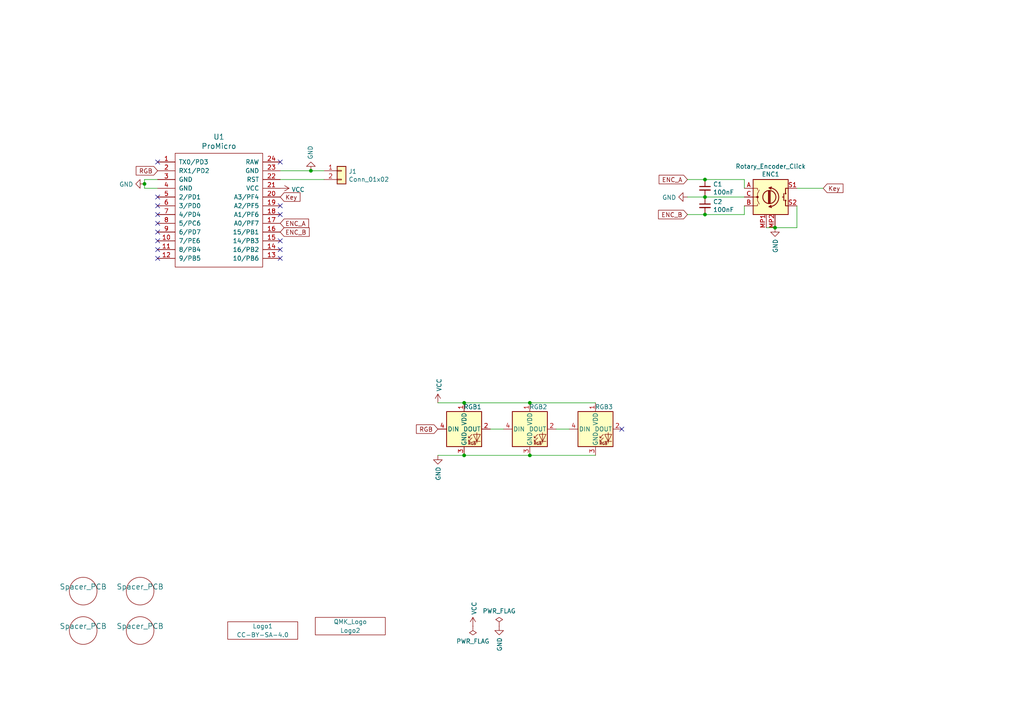
<source format=kicad_sch>
(kicad_sch (version 20211123) (generator eeschema)
  (paper "A4")
  (title_block (title "Little Big Scroll 1") (date "2022-04-07") (rev "v1.0") (company "Tweety's Wild Thinking") (comment 1 "Markus Knutsson <markus.knutsson@tweety.se>") (comment 2 "https://github.com/TweetyDaBird") (comment 3 "Licensed under Creative Commons BY-SA 4.0 International "))
  (lib_symbols
    (symbol "Common Library:ProMicro" (pin_names (offset 1.016))
      (property "Reference" "U1" (at 0 21.2598 0))
      (property "Value" "ProMicro" (at 0 18.5674 0))
      (symbol "ProMicro_0_1"
        (rectangle (start -12.7 -16.51) (end 12.7 16.51))
      )
      (symbol "ProMicro_1_1"
        (pin input line (at -17.78 13.97 0) (length 5.08) (name "TX0/PD3") (number "1"))
        (pin input line (at -17.78 -8.89 0) (length 5.08) (name "7/PE6") (number "10"))
        (pin input line (at -17.78 -11.43 0) (length 5.08) (name "8/PB4") (number "11"))
        (pin input line (at -17.78 -13.97 0) (length 5.08) (name "9/PB5") (number "12"))
        (pin input line (at 17.78 -13.97 180) (length 5.08) (name "10/PB6") (number "13"))
        (pin input line (at 17.78 -11.43 180) (length 5.08) (name "16/PB2") (number "14"))
        (pin input line (at 17.78 -8.89 180) (length 5.08) (name "14/PB3") (number "15"))
        (pin input line (at 17.78 -6.35 180) (length 5.08) (name "15/PB1") (number "16"))
        (pin input line (at 17.78 -3.81 180) (length 5.08) (name "A0/PF7") (number "17"))
        (pin input line (at 17.78 -1.27 180) (length 5.08) (name "A1/PF6") (number "18"))
        (pin input line (at 17.78 1.27 180) (length 5.08) (name "A2/PF5") (number "19"))
        (pin input line (at -17.78 11.43 0) (length 5.08) (name "RX1/PD2") (number "2"))
        (pin input line (at 17.78 3.81 180) (length 5.08) (name "A3/PF4") (number "20"))
        (pin input line (at 17.78 6.35 180) (length 5.08) (name "VCC") (number "21"))
        (pin input line (at 17.78 8.89 180) (length 5.08) (name "RST") (number "22"))
        (pin input line (at 17.78 11.43 180) (length 5.08) (name "GND") (number "23"))
        (pin input line (at 17.78 13.97 180) (length 5.08) (name "RAW") (number "24"))
        (pin input line (at -17.78 8.89 0) (length 5.08) (name "GND") (number "3"))
        (pin input line (at -17.78 6.35 0) (length 5.08) (name "GND") (number "4"))
        (pin input line (at -17.78 3.81 0) (length 5.08) (name "2/PD1") (number "5"))
        (pin input line (at -17.78 1.27 0) (length 5.08) (name "3/PD0") (number "6"))
        (pin input line (at -17.78 -1.27 0) (length 5.08) (name "4/PD4") (number "7"))
        (pin input line (at -17.78 -3.81 0) (length 5.08) (name "5/PC6") (number "8"))
        (pin input line (at -17.78 -6.35 0) (length 5.08) (name "6/PD7") (number "9"))
      )
    )
    (symbol "Connector_Generic:Conn_01x02" (pin_names (offset 1.016) hide)
      (property "Reference" "J" (at 0 2.54 0))
      (property "Value" "Conn_01x02" (at 0 -5.08 0))
      (symbol "Conn_01x02_1_1"
        (rectangle (start -1.27 -2.413) (end 0 -2.667) (stroke (width 0.1524)))
        (rectangle (start -1.27 0.127) (end 0 -0.127) (stroke (width 0.1524)))
        (rectangle (start -1.27 1.27) (end 1.27 -3.81) (stroke (width 0.254)) (fill (type background)))
        (pin passive line (at -5.08 0 0) (length 3.81) (name "Pin_1") (number "1"))
        (pin passive line (at -5.08 -2.54 0) (length 3.81) (name "Pin_2") (number "2"))
      )
    )
    (symbol "Device:C_Small" (pin_numbers hide) (pin_names (offset 0.254) hide)
      (property "Reference" "C" (at 0.254 1.778 0))
      (property "Value" "C_Small" (at 0.254 -2.032 0))
      (symbol "C_Small_0_1"
        (polyline (pts (xy -1.524 -0.508) (xy 1.524 -0.508)) (stroke (width 0.3302)))
        (polyline (pts (xy -1.524 0.508) (xy 1.524 0.508)) (stroke (width 0.3048)))
      )
      (symbol "C_Small_1_1"
        (pin passive line (at 0 2.54 270) (length 2.032) (name "~") (number "1"))
        (pin passive line (at 0 -2.54 90) (length 2.032) (name "~") (number "2"))
      )
    )
    (symbol "Keyboard Switches & Encoders:Rotary_Encoder_Click" (pin_names (offset 0.254) hide)
      (property "Reference" "ENC" (at 0 6.604 0))
      (property "Value" "Rotary_Encoder_Click" (at 0 8.89 0))
      (symbol "Rotary_Encoder_Click_0_1"
        (rectangle (start -5.08 5.08) (end 5.08 -5.08) (stroke (width 0.254)) (fill (type background)))
        (circle (center -3.81 0) (radius 0.254) (fill (type outline)))
        (arc (start -0.381 -2.794) (mid 2.3622 -0.0508) (end -0.381 2.667) (stroke (width 0.254)))
        (circle (center -0.381 0) (radius 1.905) (stroke (width 0.254)))
        (polyline (pts (xy -0.635 -1.778) (xy -0.635 1.778)) (stroke (width 0.254)))
        (polyline (pts (xy -0.381 -1.778) (xy -0.381 1.778)) (stroke (width 0.254)))
        (polyline (pts (xy -0.127 1.778) (xy -0.127 -1.778)) (stroke (width 0.254)))
        (polyline (pts (xy 3.81 0) (xy 3.429 0)) (stroke (width 0.254)))
        (polyline (pts (xy 3.81 1.016) (xy 3.81 -1.016)) (stroke (width 0.254)))
        (polyline (pts (xy -5.08 -2.54) (xy -3.81 -2.54) (xy -3.81 -2.032)))
        (polyline (pts (xy -5.08 2.54) (xy -3.81 2.54) (xy -3.81 2.032)))
        (polyline (pts (xy 0.254 -3.048) (xy -0.508 -2.794) (xy 0.127 -2.413)) (stroke (width 0.254)))
        (polyline (pts (xy 0.254 2.921) (xy -0.508 2.667) (xy 0.127 2.286)) (stroke (width 0.254)))
        (polyline (pts (xy 5.08 -2.54) (xy 4.318 -2.54) (xy 4.318 -1.016)) (stroke (width 0.254)))
        (polyline (pts (xy 5.08 2.54) (xy 4.318 2.54) (xy 4.318 1.016)) (stroke (width 0.254)))
        (polyline (pts (xy -5.08 0) (xy -3.81 0) (xy -3.81 -1.016) (xy -3.302 -2.032)))
        (polyline (pts (xy -4.318 0) (xy -3.81 0) (xy -3.81 1.016) (xy -3.302 2.032)))
        (circle (center 4.318 -1.016) (radius 0.127) (stroke (width 0.254)))
        (circle (center 4.318 1.016) (radius 0.127) (stroke (width 0.254)))
      )
      (symbol "Rotary_Encoder_Click_1_1"
        (pin passive line (at -7.62 2.54 0) (length 2.54) (name "A") (number "A"))
        (pin passive line (at -7.62 -2.54 0) (length 2.54) (name "B") (number "B"))
        (pin passive line (at -7.62 0 0) (length 2.54) (name "C") (number "C"))
        (pin power_in line (at -1.27 -8.89 90) (length 3.7084) (name "GND") (number "MP1"))
        (pin power_in line (at 1.27 -8.89 90) (length 3.7592) (name "GND") (number "MP2"))
        (pin passive line (at 7.62 2.54 180) (length 2.54) (name "S1") (number "S1"))
        (pin passive line (at 7.62 -2.54 180) (length 2.54) (name "S2") (number "S2"))
      )
    )
    (symbol "Keyboard Switches & Encoders:SK6812MINI-E" (pin_names (offset 0.254))
      (property "Reference" "RGB" (at 5.08 5.715 0))
      (symbol "SK6812MINI-E_0_0"
        (text "RGB" (at 2.286 -4.191 0) (effects (font (size 0.762 0.762))))
      )
      (symbol "SK6812MINI-E_0_1"
        (polyline (pts (xy 1.27 -3.556) (xy 1.778 -3.556)))
        (polyline (pts (xy 1.27 -2.54) (xy 1.778 -2.54)))
        (polyline (pts (xy 4.699 -3.556) (xy 2.667 -3.556)))
        (polyline (pts (xy 2.286 -2.54) (xy 1.27 -3.556) (xy 1.27 -3.048)))
        (polyline (pts (xy 2.286 -1.524) (xy 1.27 -2.54) (xy 1.27 -2.032)))
        (polyline (pts (xy 3.683 -1.016) (xy 3.683 -3.556) (xy 3.683 -4.064)))
        (polyline (pts (xy 4.699 -1.524) (xy 2.667 -1.524) (xy 3.683 -3.556) (xy 4.699 -1.524)))
        (rectangle (start 5.08 5.08) (end -5.08 -5.08) (stroke (width 0.254)) (fill (type background)))
      )
      (symbol "SK6812MINI-E_1_1"
        (pin power_in line (at 0 7.62 270) (length 2.54) (name "VDD") (number "1"))
        (pin output line (at 7.62 0 180) (length 2.54) (name "DOUT") (number "2"))
        (pin power_in line (at 0 -7.62 90) (length 2.54) (name "GND") (number "3"))
        (pin input line (at -7.62 0 0) (length 2.54) (name "DIN") (number "4"))
      )
    )
    (symbol "Keyboard Switches & Encoders:Spacer_PCB" (pin_names (offset 1.016))
      (property "Value" "Spacer_PCB" (at 0 1.27 0))
      (symbol "Spacer_PCB_0_1"
        (circle (center 0 0) (radius 4.0132))
      )
    )
    (symbol "Logotypes:CC-BY-SA-4.0" (pin_names (offset 1.016))
      (property "Reference" "Logo" (at 0 1.27 0))
      (property "Value" "CC-BY-SA-4.0" (at 0 -1.27 0))
      (symbol "CC-BY-SA-4.0_0_1"
        (rectangle (start -10.16 2.54) (end 10.16 -2.54))
      )
    )
    (symbol "Logotypes:QMK_Logo" (pin_numbers hide) (pin_names (offset 0) hide) (in_bom no)
      (property "Reference" "Logo" (at 0 0 0))
      (property "Value" "QMK_Logo" (at 0 2.54 0))
      (symbol "QMK_Logo_0_1"
        (rectangle (start -10.16 3.81) (end 10.16 -1.27))
      )
    )
    (symbol "power:GND" (power) (pin_names (offset 0))
      (property "Value" "GND" (at 0 -3.81 0))
      (symbol "GND_0_1"
        (polyline (pts (xy 0 0) (xy 0 -1.27) (xy 1.27 -1.27) (xy 0 -2.54) (xy -1.27 -1.27) (xy 0 -1.27)))
      )
      (symbol "GND_1_1"
        (pin power_in line (at 0 0 270) (length 0) hide (name "GND") (number "1"))
      )
    )
    (symbol "power:PWR_FLAG" (power) (pin_numbers hide) (pin_names (offset 0) hide)
      (property "Value" "PWR_FLAG" (at 0 3.81 0))
      (symbol "PWR_FLAG_0_0"
        (pin power_out line (at 0 0 90) (length 0) (name "pwr") (number "1"))
      )
      (symbol "PWR_FLAG_0_1"
        (polyline (pts (xy 0 0) (xy 0 1.27) (xy -1.016 1.905) (xy 0 2.54) (xy 1.016 1.905) (xy 0 1.27)))
      )
    )
    (symbol "power:VCC" (power) (pin_names (offset 0))
      (property "Value" "VCC" (at 0 3.81 0))
      (symbol "VCC_0_1"
        (polyline (pts (xy -0.762 1.27) (xy 0 2.54)))
        (polyline (pts (xy 0 0) (xy 0 2.54)))
        (polyline (pts (xy 0 2.54) (xy 0.762 1.27)))
      )
      (symbol "VCC_1_1"
        (pin power_in line (at 0 0 90) (length 0) hide (name "VCC") (number "1"))
      )
    )
  )
  (junction (at 204.47 57.15))
  (junction (at 153.67 116.84))
  (junction (at 90.17 49.53))
  (junction (at 153.67 132.08))
  (junction (at 224.79 66.04))
  (junction (at 41.91 53.34))
  (junction (at 134.62 132.08))
  (junction (at 204.47 52.07))
  (junction (at 204.47 62.23))
  (junction (at 134.62 116.84))
  (no_connect (at 180.34 124.46))
  (no_connect (at 45.72 72.39))
  (no_connect (at 81.28 74.93))
  (no_connect (at 45.72 59.69))
  (no_connect (at 81.28 69.85))
  (no_connect (at 45.72 46.99))
  (no_connect (at 45.72 74.93))
  (no_connect (at 45.72 57.15))
  (no_connect (at 45.72 69.85))
  (no_connect (at 81.28 59.69))
  (no_connect (at 45.72 64.77))
  (no_connect (at 45.72 62.23))
  (no_connect (at 81.28 72.39))
  (no_connect (at 45.72 67.31))
  (no_connect (at 81.28 62.23))
  (no_connect (at 81.28 46.99))
  (wire (pts (xy 41.91 52.07) (xy 41.91 53.34)))
  (wire (pts (xy 199.39 62.23) (xy 204.47 62.23)))
  (wire (pts (xy 231.14 59.69) (xy 231.14 66.04)))
  (wire (pts (xy 199.39 52.07) (xy 204.47 52.07)))
  (wire (pts (xy 90.17 49.53) (xy 81.28 49.53)))
  (wire (pts (xy 41.91 53.34) (xy 41.91 54.61)))
  (wire (pts (xy 153.67 132.08) (xy 172.72 132.08)))
  (wire (pts (xy 215.9 54.61) (xy 215.9 52.07)))
  (wire (pts (xy 215.9 52.07) (xy 204.47 52.07)))
  (wire (pts (xy 172.72 116.84) (xy 153.67 116.84)))
  (wire (pts (xy 45.72 52.07) (xy 41.91 52.07)))
  (wire (pts (xy 134.62 116.84) (xy 127 116.84)))
  (wire (pts (xy 153.67 116.84) (xy 134.62 116.84)))
  (wire (pts (xy 215.9 59.69) (xy 215.9 62.23)))
  (wire (pts (xy 204.47 57.15) (xy 215.9 57.15)))
  (wire (pts (xy 93.98 49.53) (xy 90.17 49.53)))
  (wire (pts (xy 224.79 66.04) (xy 222.25 66.04)))
  (wire (pts (xy 142.24 124.46) (xy 146.05 124.46)))
  (wire (pts (xy 134.62 132.08) (xy 153.67 132.08)))
  (wire (pts (xy 238.76 54.61) (xy 231.14 54.61)))
  (wire (pts (xy 127 132.08) (xy 134.62 132.08)))
  (wire (pts (xy 161.29 124.46) (xy 165.1 124.46)))
  (wire (pts (xy 41.91 54.61) (xy 45.72 54.61)))
  (wire (pts (xy 215.9 62.23) (xy 204.47 62.23)))
  (wire (pts (xy 224.79 66.04) (xy 231.14 66.04)))
  (wire (pts (xy 199.39 57.15) (xy 204.47 57.15)))
  (wire (pts (xy 93.98 52.07) (xy 81.28 52.07)))
  (global_label "ENC_B" (shape input) (at 199.39 62.23 180) (property "Intersheet References" "${INTERSHEET_REFS}" (effects hide)))
  (global_label "ENC_B" (shape input) (at 81.28 67.31 0) (property "Intersheet References" "${INTERSHEET_REFS}" (effects hide)))
  (global_label "Key" (shape input) (at 81.28 57.15 0) (property "Intersheet References" "${INTERSHEET_REFS}" (effects hide)))
  (global_label "ENC_A" (shape input) (at 81.28 64.77 0) (property "Intersheet References" "${INTERSHEET_REFS}" (effects hide)))
  (global_label "RGB" (shape input) (at 45.72 49.53 180) (property "Intersheet References" "${INTERSHEET_REFS}" (effects hide)))
  (global_label "RGB" (shape input) (at 127 124.46 180) (property "Intersheet References" "${INTERSHEET_REFS}" (effects hide)))
  (global_label "Key" (shape input) (at 238.76 54.61 0) (property "Intersheet References" "${INTERSHEET_REFS}" (effects hide)))
  (global_label "ENC_A" (shape input) (at 199.39 52.07 180) (property "Intersheet References" "${INTERSHEET_REFS}" (effects hide)))
  (symbol (lib_id "Keyboard Switches & Encoders:SK6812MINI-E") (at 134.62 124.46 0) (unit 1)
    (property "Reference" "RGB1" (at 139.7 118.745 0) (effects (justify right bottom)))
    (property "Value" "SK6812MINI-E" (effects hide))
    (property "Footprint" "Keyboard Switches & Encoders:RGB_SK6812MINI-E" (effects hide))
    (property "Datasheet" "https://cdn-shop.adafruit.com/product-files/2686/SK6812MINI_REV.01-1-2.pdf" (effects hide))
  )
  (symbol (lib_id "Keyboard Switches & Encoders:SK6812MINI-E") (at 172.72 124.46 0) (unit 1)
    (property "Reference" "RGB3" (at 177.8 118.745 0) (effects (justify right bottom)))
    (property "Value" "SK6812MINI-E" (effects hide))
    (property "Footprint" "Keyboard Switches & Encoders:RGB_SK6812MINI-E" (effects hide))
    (property "Datasheet" "https://cdn-shop.adafruit.com/product-files/2686/SK6812MINI_REV.01-1-2.pdf" (effects hide))
  )
  (symbol (lib_id "Keyboard Switches & Encoders:SK6812MINI-E") (at 153.67 124.46 0) (unit 1)
    (property "Reference" "RGB2" (at 158.75 118.745 0) (effects (justify right bottom)))
    (property "Value" "SK6812MINI-E" (effects hide))
    (property "Footprint" "Keyboard Switches & Encoders:RGB_SK6812MINI-E" (effects hide))
    (property "Datasheet" "https://cdn-shop.adafruit.com/product-files/2686/SK6812MINI_REV.01-1-2.pdf" (effects hide))
  )
  (symbol (lib_id "power:VCC") (at 127 116.84 0) (unit 1)
    (property "Reference" "#PWR0104" (effects hide))
    (property "Value" "VCC" (at 127.381 113.5888 90) (effects (justify left)))
  )
  (symbol (lib_id "power:GND") (at 127 132.08 0) (unit 1)
    (property "Reference" "#PWR0105" (effects hide))
    (property "Value" "GND" (at 127.127 135.3312 90) (effects (justify right)))
  )
  (symbol (lib_id "Device:C_Small") (at 204.47 59.69 0) (unit 1)
    (property "Reference" "C2" (at 206.8068 58.5216 0) (effects (justify left)))
    (property "Value" "100nF" (at 206.8068 60.833 0) (effects (justify left)))
    (property "Footprint" "Resistor_THT:R_Axial_DIN0204_L3.6mm_D1.6mm_P5.08mm_Horizontal" (effects hide))
  )
  (symbol (lib_id "Device:C_Small") (at 204.47 54.61 0) (unit 1)
    (property "Reference" "C1" (at 206.8068 53.4416 0) (effects (justify left)))
    (property "Value" "100nF" (at 206.8068 55.753 0) (effects (justify left)))
    (property "Footprint" "Resistor_THT:R_Axial_DIN0204_L3.6mm_D1.6mm_P5.08mm_Horizontal" (effects hide))
  )
  (symbol (lib_id "power:GND") (at 199.39 57.15 270) (unit 1)
    (property "Reference" "#PWR0108" (effects hide))
    (property "Value" "GND" (at 196.1388 57.277 90) (effects (justify right)))
  )
  (symbol (lib_id "power:GND") (at 224.79 66.04 0) (unit 1)
    (property "Reference" "#PWR0109" (effects hide))
    (property "Value" "GND" (at 224.917 69.2912 90) (effects (justify right)))
  )
  (symbol (lib_id "power:PWR_FLAG") (at 144.78 181.61 0) (unit 1)
    (property "Reference" "#FLG0101" (effects hide))
    (property "Value" "PWR_FLAG" (at 144.78 177.2158 0))
  )
  (symbol (lib_id "power:GND") (at 144.78 181.61 0) (unit 1)
    (property "Reference" "#PWR0110" (effects hide))
    (property "Value" "GND" (at 144.907 184.8612 90) (effects (justify right)))
  )
  (symbol (lib_id "power:PWR_FLAG") (at 137.16 181.61 180) (unit 1)
    (property "Reference" "#FLG0102" (effects hide))
    (property "Value" "PWR_FLAG" (at 137.16 186.0042 0))
  )
  (symbol (lib_id "power:VCC") (at 137.16 181.61 0) (unit 1)
    (property "Reference" "#PWR0111" (effects hide))
    (property "Value" "VCC" (at 137.541 178.3588 90) (effects (justify left)))
  )
  (symbol (lib_id "Logotypes:CC-BY-SA-4.0") (at 76.2 182.88 0) (unit 1)
    (property "Reference" "Logo1" (at 76.2 181.61 0))
    (property "Value" "CC-BY-SA-4.0" (at 76.2 184.15 0))
    (property "Footprint" "Logotypes:CC_BY_SA_40" (effects hide))
  )
  (symbol (lib_id "Connector_Generic:Conn_01x02") (at 99.06 49.53 0) (unit 1)
    (property "Reference" "J1" (at 101.092 49.7332 0) (effects (justify left)))
    (property "Value" "Conn_01x02" (at 101.092 52.0446 0) (effects (justify left)))
    (property "Footprint" "Jumper:SolderJumper-2_P1.3mm_Open_Pad1.0x1.5mm" (effects hide))
  )
  (symbol (lib_id "Logotypes:QMK_Logo") (at 101.6 182.88 0) (unit 1) (in_bom no)
    (property "Reference" "Logo2" (at 101.6 182.88 0))
    (property "Value" "QMK_Logo" (at 101.6 180.34 0))
    (property "Footprint" "Logotypes:Powered_by_QMK" (effects hide))
  )
  (symbol (lib_id "Common Library:ProMicro") (at 63.5 60.96 0) (unit 1)
    (property "Reference" "U1" (at 63.5 39.7002 0) (effects (font (size 1.524 1.524))))
    (property "Value" "ProMicro" (at 63.5 42.3926 0) (effects (font (size 1.524 1.524))))
    (property "Footprint" "Common Library:ProMicro" (effects hide))
  )
  (symbol (lib_id "power:GND") (at 41.91 53.34 270) (unit 1)
    (property "Reference" "#PWR0101" (effects hide))
    (property "Value" "GND" (at 38.6588 53.467 90) (effects (justify right)))
  )
  (symbol (lib_id "power:GND") (at 90.17 49.53 180) (unit 1)
    (property "Reference" "#PWR0102" (effects hide))
    (property "Value" "GND" (at 90.043 46.2788 90) (effects (justify right)))
  )
  (symbol (lib_id "power:VCC") (at 81.28 54.61 270) (unit 1)
    (property "Reference" "#PWR0103" (effects hide))
    (property "Value" "VCC" (at 84.5312 54.991 90) (effects (justify left)))
  )
  (symbol (lib_id "Keyboard Switches & Encoders:Rotary_Encoder_Click") (at 223.52 57.15 0) (unit 1)
    (property "Reference" "ENC1" (at 223.52 50.546 0))
    (property "Value" "Rotary_Encoder_Click" (at 223.52 48.26 0))
    (property "Footprint" "Keyboard Switches & Encoders:Encoder_Alps_EC11E" (effects hide))
  )
  (symbol (lib_id "Keyboard Switches & Encoders:Spacer_PCB") (at 24.13 182.88 0) (unit 1)
    (property "Reference" "H2" (effects hide))
    (property "Value" "Spacer_PCB" (at 24.13 181.61 0) (effects (font (size 1.524 1.524))))
    (property "Footprint" "Keyboard Switches & Encoders:Spacer PCB hole" (effects hide))
  )
  (symbol (lib_id "Keyboard Switches & Encoders:Spacer_PCB") (at 40.64 182.88 0) (unit 1)
    (property "Reference" "H4" (effects hide))
    (property "Value" "Spacer_PCB" (at 40.64 181.61 0) (effects (font (size 1.524 1.524))))
    (property "Footprint" "Keyboard Switches & Encoders:Spacer PCB hole" (effects hide))
  )
  (symbol (lib_id "Keyboard Switches & Encoders:Spacer_PCB") (at 40.64 171.45 0) (unit 1)
    (property "Reference" "H3" (effects hide))
    (property "Value" "Spacer_PCB" (at 40.64 170.18 0) (effects (font (size 1.524 1.524))))
    (property "Footprint" "Keyboard Switches & Encoders:Spacer PCB hole" (effects hide))
  )
  (symbol (lib_id "Keyboard Switches & Encoders:Spacer_PCB") (at 24.13 171.45 0) (unit 1)
    (property "Reference" "H1" (effects hide))
    (property "Value" "Spacer_PCB" (at 24.13 170.18 0) (effects (font (size 1.524 1.524))))
    (property "Footprint" "Keyboard Switches & Encoders:Spacer PCB hole" (effects hide))
  )
)
</source>
